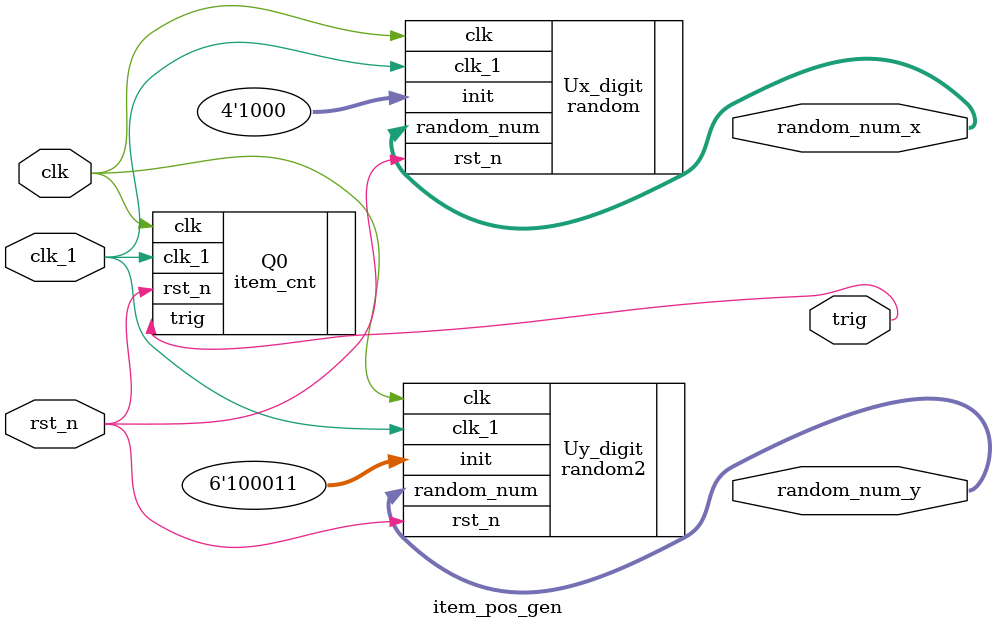
<source format=v>
`timescale 1ns / 1ps


module item_pos_gen(
    clk, rst_n, clk_1,
    trig,
    random_num_x,
    random_num_y
);
input wire clk, rst_n, clk_1;
output wire trig;
output wire [3:0] random_num_x, random_num_y;

item_cnt Q0(
    .clk(clk),
    .clk_1(clk_1), 
    .rst_n(rst_n),
    .trig(trig)
);
    
random Ux_digit(
    .clk(clk),
    .clk_1(clk_1), 
    .rst_n(rst_n),
    .init(4'b1000),
    .random_num(random_num_x)
);
    
random2 Uy_digit(
    .clk(clk),
    .clk_1(clk_1), 
    .rst_n(rst_n),
    .init(6'b100011),
    .random_num(random_num_y)
);

endmodule


</source>
